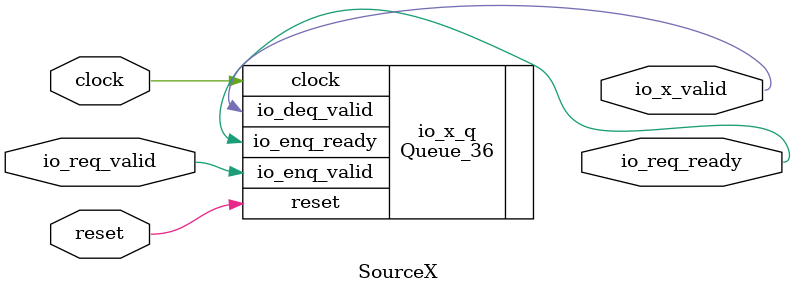
<source format=sv>
`ifndef RANDOMIZE
  `ifdef RANDOMIZE_MEM_INIT
    `define RANDOMIZE
  `endif // RANDOMIZE_MEM_INIT
`endif // not def RANDOMIZE
`ifndef RANDOMIZE
  `ifdef RANDOMIZE_REG_INIT
    `define RANDOMIZE
  `endif // RANDOMIZE_REG_INIT
`endif // not def RANDOMIZE

`ifndef RANDOM
  `define RANDOM $random
`endif // not def RANDOM

// Users can define INIT_RANDOM as general code that gets injected into the
// initializer block for modules with registers.
`ifndef INIT_RANDOM
  `define INIT_RANDOM
`endif // not def INIT_RANDOM

// If using random initialization, you can also define RANDOMIZE_DELAY to
// customize the delay used, otherwise 0.002 is used.
`ifndef RANDOMIZE_DELAY
  `define RANDOMIZE_DELAY 0.002
`endif // not def RANDOMIZE_DELAY

// Define INIT_RANDOM_PROLOG_ for use in our modules below.
`ifndef INIT_RANDOM_PROLOG_
  `ifdef RANDOMIZE
    `ifdef VERILATOR
      `define INIT_RANDOM_PROLOG_ `INIT_RANDOM
    `else  // VERILATOR
      `define INIT_RANDOM_PROLOG_ `INIT_RANDOM #`RANDOMIZE_DELAY begin end
    `endif // VERILATOR
  `else  // RANDOMIZE
    `define INIT_RANDOM_PROLOG_
  `endif // RANDOMIZE
`endif // not def INIT_RANDOM_PROLOG_

// Include register initializers in init blocks unless synthesis is set
`ifndef SYNTHESIS
  `ifndef ENABLE_INITIAL_REG_
    `define ENABLE_INITIAL_REG_
  `endif // not def ENABLE_INITIAL_REG_
`endif // not def SYNTHESIS

// Include rmemory initializers in init blocks unless synthesis is set
`ifndef SYNTHESIS
  `ifndef ENABLE_INITIAL_MEM_
    `define ENABLE_INITIAL_MEM_
  `endif // not def ENABLE_INITIAL_MEM_
`endif // not def SYNTHESIS

// Standard header to adapt well known macros for prints and assertions.

// Users can define 'PRINTF_COND' to add an extra gate to prints.
`ifndef PRINTF_COND_
  `ifdef PRINTF_COND
    `define PRINTF_COND_ (`PRINTF_COND)
  `else  // PRINTF_COND
    `define PRINTF_COND_ 1
  `endif // PRINTF_COND
`endif // not def PRINTF_COND_

// Users can define 'ASSERT_VERBOSE_COND' to add an extra gate to assert error printing.
`ifndef ASSERT_VERBOSE_COND_
  `ifdef ASSERT_VERBOSE_COND
    `define ASSERT_VERBOSE_COND_ (`ASSERT_VERBOSE_COND)
  `else  // ASSERT_VERBOSE_COND
    `define ASSERT_VERBOSE_COND_ 1
  `endif // ASSERT_VERBOSE_COND
`endif // not def ASSERT_VERBOSE_COND_

// Users can define 'STOP_COND' to add an extra gate to stop conditions.
`ifndef STOP_COND_
  `ifdef STOP_COND
    `define STOP_COND_ (`STOP_COND)
  `else  // STOP_COND
    `define STOP_COND_ 1
  `endif // STOP_COND
`endif // not def STOP_COND_

module SourceX(
  input  clock,
         reset,
  output io_req_ready,	// @[generators/rocket-chip-inclusive-cache/design/craft/inclusivecache/src/SourceX.scala:31:14]
  input  io_req_valid,	// @[generators/rocket-chip-inclusive-cache/design/craft/inclusivecache/src/SourceX.scala:31:14]
  output io_x_valid	// @[generators/rocket-chip-inclusive-cache/design/craft/inclusivecache/src/SourceX.scala:31:14]
);

  Queue_36 io_x_q (	// @[src/main/scala/chisel3/util/Decoupled.scala:376:21]
    .clock        (clock),
    .reset        (reset),
    .io_enq_ready (io_req_ready),
    .io_enq_valid (io_req_valid),
    .io_deq_valid (io_x_valid)
  );
endmodule


</source>
